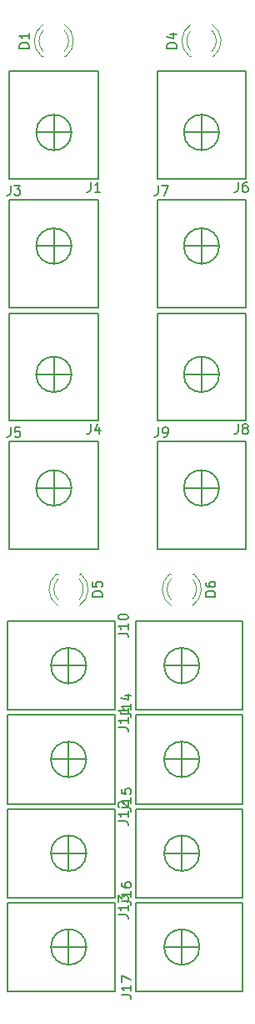
<source format=gbr>
%TF.GenerationSoftware,KiCad,Pcbnew,(5.0.1)-3*%
%TF.CreationDate,2020-04-22T20:28:29+01:00*%
%TF.ProjectId,Front,46726F6E742E6B696361645F70636200,rev?*%
%TF.SameCoordinates,Original*%
%TF.FileFunction,Legend,Top*%
%TF.FilePolarity,Positive*%
%FSLAX46Y46*%
G04 Gerber Fmt 4.6, Leading zero omitted, Abs format (unit mm)*
G04 Created by KiCad (PCBNEW (5.0.1)-3) date 22/04/2020 20:28:29*
%MOMM*%
%LPD*%
G01*
G04 APERTURE LIST*
%ADD10C,0.120000*%
%ADD11C,0.150000*%
G04 APERTURE END LIST*
D10*
X28921392Y-21057665D02*
G75*
G03X28764484Y-24290000I1078608J-1672335D01*
G01*
X31078608Y-21057665D02*
G75*
G02X31235516Y-24290000I-1078608J-1672335D01*
G01*
X28920163Y-21688870D02*
G75*
G03X28920000Y-23770961I1079837J-1041130D01*
G01*
X31079837Y-21688870D02*
G75*
G02X31080000Y-23770961I-1079837J-1041130D01*
G01*
X28764000Y-24290000D02*
X28920000Y-24290000D01*
X31080000Y-24290000D02*
X31236000Y-24290000D01*
X46080000Y-24290000D02*
X46236000Y-24290000D01*
X43764000Y-24290000D02*
X43920000Y-24290000D01*
X46079837Y-21688870D02*
G75*
G02X46080000Y-23770961I-1079837J-1041130D01*
G01*
X43920163Y-21688870D02*
G75*
G03X43920000Y-23770961I1079837J-1041130D01*
G01*
X46078608Y-21057665D02*
G75*
G02X46235516Y-24290000I-1078608J-1672335D01*
G01*
X43921392Y-21057665D02*
G75*
G03X43764484Y-24290000I1078608J-1672335D01*
G01*
X30420000Y-76710000D02*
X30264000Y-76710000D01*
X32736000Y-76710000D02*
X32580000Y-76710000D01*
X30420163Y-79311130D02*
G75*
G02X30420000Y-77229039I1079837J1041130D01*
G01*
X32579837Y-79311130D02*
G75*
G03X32580000Y-77229039I-1079837J1041130D01*
G01*
X30421392Y-79942335D02*
G75*
G02X30264484Y-76710000I1078608J1672335D01*
G01*
X32578608Y-79942335D02*
G75*
G03X32735516Y-76710000I-1078608J1672335D01*
G01*
X44078608Y-79942335D02*
G75*
G03X44235516Y-76710000I-1078608J1672335D01*
G01*
X41921392Y-79942335D02*
G75*
G02X41764484Y-76710000I1078608J1672335D01*
G01*
X44079837Y-79311130D02*
G75*
G03X44080000Y-77229039I-1079837J1041130D01*
G01*
X41920163Y-79311130D02*
G75*
G02X41920000Y-77229039I1079837J1041130D01*
G01*
X44236000Y-76710000D02*
X44080000Y-76710000D01*
X41920000Y-76710000D02*
X41764000Y-76710000D01*
D11*
X28200000Y-32000000D02*
X31800000Y-32000000D01*
X30000000Y-30200000D02*
X30000000Y-33800000D01*
X31800000Y-32000000D02*
G75*
G03X31800000Y-32000000I-1800000J0D01*
G01*
X34500000Y-25800000D02*
X34500000Y-36700000D01*
X25500000Y-25800000D02*
X25500000Y-36700000D01*
X25500000Y-36700000D02*
X34500000Y-36700000D01*
X25500000Y-25800000D02*
X34500000Y-25800000D01*
X34500000Y-49700000D02*
X25500000Y-49700000D01*
X34500000Y-38800000D02*
X25500000Y-38800000D01*
X34500000Y-49700000D02*
X34500000Y-38800000D01*
X25500000Y-49700000D02*
X25500000Y-38800000D01*
X31800000Y-43500000D02*
G75*
G03X31800000Y-43500000I-1800000J0D01*
G01*
X30000000Y-45300000D02*
X30000000Y-41700000D01*
X31800000Y-43500000D02*
X28200000Y-43500000D01*
X28200000Y-56500000D02*
X31800000Y-56500000D01*
X30000000Y-54700000D02*
X30000000Y-58300000D01*
X31800000Y-56500000D02*
G75*
G03X31800000Y-56500000I-1800000J0D01*
G01*
X34500000Y-50300000D02*
X34500000Y-61200000D01*
X25500000Y-50300000D02*
X25500000Y-61200000D01*
X25500000Y-61200000D02*
X34500000Y-61200000D01*
X25500000Y-50300000D02*
X34500000Y-50300000D01*
X34500000Y-74200000D02*
X25500000Y-74200000D01*
X34500000Y-63300000D02*
X25500000Y-63300000D01*
X34500000Y-74200000D02*
X34500000Y-63300000D01*
X25500000Y-74200000D02*
X25500000Y-63300000D01*
X31800000Y-68000000D02*
G75*
G03X31800000Y-68000000I-1800000J0D01*
G01*
X30000000Y-69800000D02*
X30000000Y-66200000D01*
X31800000Y-68000000D02*
X28200000Y-68000000D01*
X43200000Y-32000000D02*
X46800000Y-32000000D01*
X45000000Y-30200000D02*
X45000000Y-33800000D01*
X46800000Y-32000000D02*
G75*
G03X46800000Y-32000000I-1800000J0D01*
G01*
X49500000Y-25800000D02*
X49500000Y-36700000D01*
X40500000Y-25800000D02*
X40500000Y-36700000D01*
X40500000Y-36700000D02*
X49500000Y-36700000D01*
X40500000Y-25800000D02*
X49500000Y-25800000D01*
X46800000Y-43500000D02*
X43200000Y-43500000D01*
X45000000Y-45300000D02*
X45000000Y-41700000D01*
X46800000Y-43500000D02*
G75*
G03X46800000Y-43500000I-1800000J0D01*
G01*
X40500000Y-49700000D02*
X40500000Y-38800000D01*
X49500000Y-49700000D02*
X49500000Y-38800000D01*
X49500000Y-38800000D02*
X40500000Y-38800000D01*
X49500000Y-49700000D02*
X40500000Y-49700000D01*
X40500000Y-50300000D02*
X49500000Y-50300000D01*
X40500000Y-61200000D02*
X49500000Y-61200000D01*
X40500000Y-50300000D02*
X40500000Y-61200000D01*
X49500000Y-50300000D02*
X49500000Y-61200000D01*
X46800000Y-56500000D02*
G75*
G03X46800000Y-56500000I-1800000J0D01*
G01*
X45000000Y-54700000D02*
X45000000Y-58300000D01*
X43200000Y-56500000D02*
X46800000Y-56500000D01*
X46800000Y-68000000D02*
X43200000Y-68000000D01*
X45000000Y-69800000D02*
X45000000Y-66200000D01*
X46800000Y-68000000D02*
G75*
G03X46800000Y-68000000I-1800000J0D01*
G01*
X40500000Y-74200000D02*
X40500000Y-63300000D01*
X49500000Y-74200000D02*
X49500000Y-63300000D01*
X49500000Y-63300000D02*
X40500000Y-63300000D01*
X49500000Y-74200000D02*
X40500000Y-74200000D01*
X25300000Y-90500000D02*
X25300000Y-81500000D01*
X36200000Y-90500000D02*
X36200000Y-81500000D01*
X25300000Y-90500000D02*
X36200000Y-90500000D01*
X25300000Y-81500000D02*
X36200000Y-81500000D01*
X33300000Y-86000000D02*
G75*
G03X33300000Y-86000000I-1800000J0D01*
G01*
X29700000Y-86000000D02*
X33300000Y-86000000D01*
X31500000Y-87800000D02*
X31500000Y-84200000D01*
X25300000Y-100000000D02*
X25300000Y-91000000D01*
X36200000Y-100000000D02*
X36200000Y-91000000D01*
X25300000Y-100000000D02*
X36200000Y-100000000D01*
X25300000Y-91000000D02*
X36200000Y-91000000D01*
X33300000Y-95500000D02*
G75*
G03X33300000Y-95500000I-1800000J0D01*
G01*
X29700000Y-95500000D02*
X33300000Y-95500000D01*
X31500000Y-97300000D02*
X31500000Y-93700000D01*
X25300000Y-109500000D02*
X25300000Y-100500000D01*
X36200000Y-109500000D02*
X36200000Y-100500000D01*
X25300000Y-109500000D02*
X36200000Y-109500000D01*
X25300000Y-100500000D02*
X36200000Y-100500000D01*
X33300000Y-105000000D02*
G75*
G03X33300000Y-105000000I-1800000J0D01*
G01*
X29700000Y-105000000D02*
X33300000Y-105000000D01*
X31500000Y-106800000D02*
X31500000Y-103200000D01*
X25300000Y-119000000D02*
X25300000Y-110000000D01*
X36200000Y-119000000D02*
X36200000Y-110000000D01*
X25300000Y-119000000D02*
X36200000Y-119000000D01*
X25300000Y-110000000D02*
X36200000Y-110000000D01*
X33300000Y-114500000D02*
G75*
G03X33300000Y-114500000I-1800000J0D01*
G01*
X29700000Y-114500000D02*
X33300000Y-114500000D01*
X31500000Y-116300000D02*
X31500000Y-112700000D01*
X43000000Y-84200000D02*
X43000000Y-87800000D01*
X44800000Y-86000000D02*
X41200000Y-86000000D01*
X44800000Y-86000000D02*
G75*
G03X44800000Y-86000000I-1800000J0D01*
G01*
X49200000Y-90500000D02*
X38300000Y-90500000D01*
X49200000Y-81500000D02*
X38300000Y-81500000D01*
X38300000Y-81500000D02*
X38300000Y-90500000D01*
X49200000Y-81500000D02*
X49200000Y-90500000D01*
X43000000Y-93700000D02*
X43000000Y-97300000D01*
X44800000Y-95500000D02*
X41200000Y-95500000D01*
X44800000Y-95500000D02*
G75*
G03X44800000Y-95500000I-1800000J0D01*
G01*
X49200000Y-100000000D02*
X38300000Y-100000000D01*
X49200000Y-91000000D02*
X38300000Y-91000000D01*
X38300000Y-91000000D02*
X38300000Y-100000000D01*
X49200000Y-91000000D02*
X49200000Y-100000000D01*
X49200000Y-100500000D02*
X49200000Y-109500000D01*
X38300000Y-100500000D02*
X38300000Y-109500000D01*
X49200000Y-100500000D02*
X38300000Y-100500000D01*
X49200000Y-109500000D02*
X38300000Y-109500000D01*
X44800000Y-105000000D02*
G75*
G03X44800000Y-105000000I-1800000J0D01*
G01*
X44800000Y-105000000D02*
X41200000Y-105000000D01*
X43000000Y-103200000D02*
X43000000Y-106800000D01*
X43000000Y-112700000D02*
X43000000Y-116300000D01*
X44800000Y-114500000D02*
X41200000Y-114500000D01*
X44800000Y-114500000D02*
G75*
G03X44800000Y-114500000I-1800000J0D01*
G01*
X49200000Y-119000000D02*
X38300000Y-119000000D01*
X49200000Y-110000000D02*
X38300000Y-110000000D01*
X38300000Y-110000000D02*
X38300000Y-119000000D01*
X49200000Y-110000000D02*
X49200000Y-119000000D01*
X27492380Y-23468095D02*
X26492380Y-23468095D01*
X26492380Y-23230000D01*
X26540000Y-23087142D01*
X26635238Y-22991904D01*
X26730476Y-22944285D01*
X26920952Y-22896666D01*
X27063809Y-22896666D01*
X27254285Y-22944285D01*
X27349523Y-22991904D01*
X27444761Y-23087142D01*
X27492380Y-23230000D01*
X27492380Y-23468095D01*
X27492380Y-21944285D02*
X27492380Y-22515714D01*
X27492380Y-22230000D02*
X26492380Y-22230000D01*
X26635238Y-22325238D01*
X26730476Y-22420476D01*
X26778095Y-22515714D01*
X42492380Y-23468095D02*
X41492380Y-23468095D01*
X41492380Y-23230000D01*
X41540000Y-23087142D01*
X41635238Y-22991904D01*
X41730476Y-22944285D01*
X41920952Y-22896666D01*
X42063809Y-22896666D01*
X42254285Y-22944285D01*
X42349523Y-22991904D01*
X42444761Y-23087142D01*
X42492380Y-23230000D01*
X42492380Y-23468095D01*
X41825714Y-22039523D02*
X42492380Y-22039523D01*
X41444761Y-22277619D02*
X42159047Y-22515714D01*
X42159047Y-21896666D01*
X34912380Y-79008095D02*
X33912380Y-79008095D01*
X33912380Y-78770000D01*
X33960000Y-78627142D01*
X34055238Y-78531904D01*
X34150476Y-78484285D01*
X34340952Y-78436666D01*
X34483809Y-78436666D01*
X34674285Y-78484285D01*
X34769523Y-78531904D01*
X34864761Y-78627142D01*
X34912380Y-78770000D01*
X34912380Y-79008095D01*
X33912380Y-77531904D02*
X33912380Y-78008095D01*
X34388571Y-78055714D01*
X34340952Y-78008095D01*
X34293333Y-77912857D01*
X34293333Y-77674761D01*
X34340952Y-77579523D01*
X34388571Y-77531904D01*
X34483809Y-77484285D01*
X34721904Y-77484285D01*
X34817142Y-77531904D01*
X34864761Y-77579523D01*
X34912380Y-77674761D01*
X34912380Y-77912857D01*
X34864761Y-78008095D01*
X34817142Y-78055714D01*
X46412380Y-79008095D02*
X45412380Y-79008095D01*
X45412380Y-78770000D01*
X45460000Y-78627142D01*
X45555238Y-78531904D01*
X45650476Y-78484285D01*
X45840952Y-78436666D01*
X45983809Y-78436666D01*
X46174285Y-78484285D01*
X46269523Y-78531904D01*
X46364761Y-78627142D01*
X46412380Y-78770000D01*
X46412380Y-79008095D01*
X45412380Y-77579523D02*
X45412380Y-77770000D01*
X45460000Y-77865238D01*
X45507619Y-77912857D01*
X45650476Y-78008095D01*
X45840952Y-78055714D01*
X46221904Y-78055714D01*
X46317142Y-78008095D01*
X46364761Y-77960476D01*
X46412380Y-77865238D01*
X46412380Y-77674761D01*
X46364761Y-77579523D01*
X46317142Y-77531904D01*
X46221904Y-77484285D01*
X45983809Y-77484285D01*
X45888571Y-77531904D01*
X45840952Y-77579523D01*
X45793333Y-77674761D01*
X45793333Y-77865238D01*
X45840952Y-77960476D01*
X45888571Y-78008095D01*
X45983809Y-78055714D01*
X33730666Y-37040380D02*
X33730666Y-37754666D01*
X33683047Y-37897523D01*
X33587809Y-37992761D01*
X33444952Y-38040380D01*
X33349714Y-38040380D01*
X34730666Y-38040380D02*
X34159238Y-38040380D01*
X34444952Y-38040380D02*
X34444952Y-37040380D01*
X34349714Y-37183238D01*
X34254476Y-37278476D01*
X34159238Y-37326095D01*
X25602666Y-37364380D02*
X25602666Y-38078666D01*
X25555047Y-38221523D01*
X25459809Y-38316761D01*
X25316952Y-38364380D01*
X25221714Y-38364380D01*
X25983619Y-37364380D02*
X26602666Y-37364380D01*
X26269333Y-37745333D01*
X26412190Y-37745333D01*
X26507428Y-37792952D01*
X26555047Y-37840571D01*
X26602666Y-37935809D01*
X26602666Y-38173904D01*
X26555047Y-38269142D01*
X26507428Y-38316761D01*
X26412190Y-38364380D01*
X26126476Y-38364380D01*
X26031238Y-38316761D01*
X25983619Y-38269142D01*
X33730666Y-61540380D02*
X33730666Y-62254666D01*
X33683047Y-62397523D01*
X33587809Y-62492761D01*
X33444952Y-62540380D01*
X33349714Y-62540380D01*
X34635428Y-61873714D02*
X34635428Y-62540380D01*
X34397333Y-61492761D02*
X34159238Y-62207047D01*
X34778285Y-62207047D01*
X25602666Y-61864380D02*
X25602666Y-62578666D01*
X25555047Y-62721523D01*
X25459809Y-62816761D01*
X25316952Y-62864380D01*
X25221714Y-62864380D01*
X26555047Y-61864380D02*
X26078857Y-61864380D01*
X26031238Y-62340571D01*
X26078857Y-62292952D01*
X26174095Y-62245333D01*
X26412190Y-62245333D01*
X26507428Y-62292952D01*
X26555047Y-62340571D01*
X26602666Y-62435809D01*
X26602666Y-62673904D01*
X26555047Y-62769142D01*
X26507428Y-62816761D01*
X26412190Y-62864380D01*
X26174095Y-62864380D01*
X26078857Y-62816761D01*
X26031238Y-62769142D01*
X48730666Y-37040380D02*
X48730666Y-37754666D01*
X48683047Y-37897523D01*
X48587809Y-37992761D01*
X48444952Y-38040380D01*
X48349714Y-38040380D01*
X49635428Y-37040380D02*
X49444952Y-37040380D01*
X49349714Y-37088000D01*
X49302095Y-37135619D01*
X49206857Y-37278476D01*
X49159238Y-37468952D01*
X49159238Y-37849904D01*
X49206857Y-37945142D01*
X49254476Y-37992761D01*
X49349714Y-38040380D01*
X49540190Y-38040380D01*
X49635428Y-37992761D01*
X49683047Y-37945142D01*
X49730666Y-37849904D01*
X49730666Y-37611809D01*
X49683047Y-37516571D01*
X49635428Y-37468952D01*
X49540190Y-37421333D01*
X49349714Y-37421333D01*
X49254476Y-37468952D01*
X49206857Y-37516571D01*
X49159238Y-37611809D01*
X40602666Y-37364380D02*
X40602666Y-38078666D01*
X40555047Y-38221523D01*
X40459809Y-38316761D01*
X40316952Y-38364380D01*
X40221714Y-38364380D01*
X40983619Y-37364380D02*
X41650285Y-37364380D01*
X41221714Y-38364380D01*
X48730666Y-61540380D02*
X48730666Y-62254666D01*
X48683047Y-62397523D01*
X48587809Y-62492761D01*
X48444952Y-62540380D01*
X48349714Y-62540380D01*
X49349714Y-61968952D02*
X49254476Y-61921333D01*
X49206857Y-61873714D01*
X49159238Y-61778476D01*
X49159238Y-61730857D01*
X49206857Y-61635619D01*
X49254476Y-61588000D01*
X49349714Y-61540380D01*
X49540190Y-61540380D01*
X49635428Y-61588000D01*
X49683047Y-61635619D01*
X49730666Y-61730857D01*
X49730666Y-61778476D01*
X49683047Y-61873714D01*
X49635428Y-61921333D01*
X49540190Y-61968952D01*
X49349714Y-61968952D01*
X49254476Y-62016571D01*
X49206857Y-62064190D01*
X49159238Y-62159428D01*
X49159238Y-62349904D01*
X49206857Y-62445142D01*
X49254476Y-62492761D01*
X49349714Y-62540380D01*
X49540190Y-62540380D01*
X49635428Y-62492761D01*
X49683047Y-62445142D01*
X49730666Y-62349904D01*
X49730666Y-62159428D01*
X49683047Y-62064190D01*
X49635428Y-62016571D01*
X49540190Y-61968952D01*
X40602666Y-61864380D02*
X40602666Y-62578666D01*
X40555047Y-62721523D01*
X40459809Y-62816761D01*
X40316952Y-62864380D01*
X40221714Y-62864380D01*
X41126476Y-62864380D02*
X41316952Y-62864380D01*
X41412190Y-62816761D01*
X41459809Y-62769142D01*
X41555047Y-62626285D01*
X41602666Y-62435809D01*
X41602666Y-62054857D01*
X41555047Y-61959619D01*
X41507428Y-61912000D01*
X41412190Y-61864380D01*
X41221714Y-61864380D01*
X41126476Y-61912000D01*
X41078857Y-61959619D01*
X41031238Y-62054857D01*
X41031238Y-62292952D01*
X41078857Y-62388190D01*
X41126476Y-62435809D01*
X41221714Y-62483428D01*
X41412190Y-62483428D01*
X41507428Y-62435809D01*
X41555047Y-62388190D01*
X41602666Y-62292952D01*
X36540380Y-82745523D02*
X37254666Y-82745523D01*
X37397523Y-82793142D01*
X37492761Y-82888380D01*
X37540380Y-83031238D01*
X37540380Y-83126476D01*
X37540380Y-81745523D02*
X37540380Y-82316952D01*
X37540380Y-82031238D02*
X36540380Y-82031238D01*
X36683238Y-82126476D01*
X36778476Y-82221714D01*
X36826095Y-82316952D01*
X36540380Y-81126476D02*
X36540380Y-81031238D01*
X36588000Y-80936000D01*
X36635619Y-80888380D01*
X36730857Y-80840761D01*
X36921333Y-80793142D01*
X37159428Y-80793142D01*
X37349904Y-80840761D01*
X37445142Y-80888380D01*
X37492761Y-80936000D01*
X37540380Y-81031238D01*
X37540380Y-81126476D01*
X37492761Y-81221714D01*
X37445142Y-81269333D01*
X37349904Y-81316952D01*
X37159428Y-81364571D01*
X36921333Y-81364571D01*
X36730857Y-81316952D01*
X36635619Y-81269333D01*
X36588000Y-81221714D01*
X36540380Y-81126476D01*
X36540380Y-92245523D02*
X37254666Y-92245523D01*
X37397523Y-92293142D01*
X37492761Y-92388380D01*
X37540380Y-92531238D01*
X37540380Y-92626476D01*
X37540380Y-91245523D02*
X37540380Y-91816952D01*
X37540380Y-91531238D02*
X36540380Y-91531238D01*
X36683238Y-91626476D01*
X36778476Y-91721714D01*
X36826095Y-91816952D01*
X37540380Y-90293142D02*
X37540380Y-90864571D01*
X37540380Y-90578857D02*
X36540380Y-90578857D01*
X36683238Y-90674095D01*
X36778476Y-90769333D01*
X36826095Y-90864571D01*
X36540380Y-101745523D02*
X37254666Y-101745523D01*
X37397523Y-101793142D01*
X37492761Y-101888380D01*
X37540380Y-102031238D01*
X37540380Y-102126476D01*
X37540380Y-100745523D02*
X37540380Y-101316952D01*
X37540380Y-101031238D02*
X36540380Y-101031238D01*
X36683238Y-101126476D01*
X36778476Y-101221714D01*
X36826095Y-101316952D01*
X36635619Y-100364571D02*
X36588000Y-100316952D01*
X36540380Y-100221714D01*
X36540380Y-99983619D01*
X36588000Y-99888380D01*
X36635619Y-99840761D01*
X36730857Y-99793142D01*
X36826095Y-99793142D01*
X36968952Y-99840761D01*
X37540380Y-100412190D01*
X37540380Y-99793142D01*
X36540380Y-111245523D02*
X37254666Y-111245523D01*
X37397523Y-111293142D01*
X37492761Y-111388380D01*
X37540380Y-111531238D01*
X37540380Y-111626476D01*
X37540380Y-110245523D02*
X37540380Y-110816952D01*
X37540380Y-110531238D02*
X36540380Y-110531238D01*
X36683238Y-110626476D01*
X36778476Y-110721714D01*
X36826095Y-110816952D01*
X36540380Y-109912190D02*
X36540380Y-109293142D01*
X36921333Y-109626476D01*
X36921333Y-109483619D01*
X36968952Y-109388380D01*
X37016571Y-109340761D01*
X37111809Y-109293142D01*
X37349904Y-109293142D01*
X37445142Y-109340761D01*
X37492761Y-109388380D01*
X37540380Y-109483619D01*
X37540380Y-109769333D01*
X37492761Y-109864571D01*
X37445142Y-109912190D01*
X36864380Y-90873523D02*
X37578666Y-90873523D01*
X37721523Y-90921142D01*
X37816761Y-91016380D01*
X37864380Y-91159238D01*
X37864380Y-91254476D01*
X37864380Y-89873523D02*
X37864380Y-90444952D01*
X37864380Y-90159238D02*
X36864380Y-90159238D01*
X37007238Y-90254476D01*
X37102476Y-90349714D01*
X37150095Y-90444952D01*
X37197714Y-89016380D02*
X37864380Y-89016380D01*
X36816761Y-89254476D02*
X37531047Y-89492571D01*
X37531047Y-88873523D01*
X36864380Y-100373523D02*
X37578666Y-100373523D01*
X37721523Y-100421142D01*
X37816761Y-100516380D01*
X37864380Y-100659238D01*
X37864380Y-100754476D01*
X37864380Y-99373523D02*
X37864380Y-99944952D01*
X37864380Y-99659238D02*
X36864380Y-99659238D01*
X37007238Y-99754476D01*
X37102476Y-99849714D01*
X37150095Y-99944952D01*
X36864380Y-98468761D02*
X36864380Y-98944952D01*
X37340571Y-98992571D01*
X37292952Y-98944952D01*
X37245333Y-98849714D01*
X37245333Y-98611619D01*
X37292952Y-98516380D01*
X37340571Y-98468761D01*
X37435809Y-98421142D01*
X37673904Y-98421142D01*
X37769142Y-98468761D01*
X37816761Y-98516380D01*
X37864380Y-98611619D01*
X37864380Y-98849714D01*
X37816761Y-98944952D01*
X37769142Y-98992571D01*
X36864380Y-109873523D02*
X37578666Y-109873523D01*
X37721523Y-109921142D01*
X37816761Y-110016380D01*
X37864380Y-110159238D01*
X37864380Y-110254476D01*
X37864380Y-108873523D02*
X37864380Y-109444952D01*
X37864380Y-109159238D02*
X36864380Y-109159238D01*
X37007238Y-109254476D01*
X37102476Y-109349714D01*
X37150095Y-109444952D01*
X36864380Y-108016380D02*
X36864380Y-108206857D01*
X36912000Y-108302095D01*
X36959619Y-108349714D01*
X37102476Y-108444952D01*
X37292952Y-108492571D01*
X37673904Y-108492571D01*
X37769142Y-108444952D01*
X37816761Y-108397333D01*
X37864380Y-108302095D01*
X37864380Y-108111619D01*
X37816761Y-108016380D01*
X37769142Y-107968761D01*
X37673904Y-107921142D01*
X37435809Y-107921142D01*
X37340571Y-107968761D01*
X37292952Y-108016380D01*
X37245333Y-108111619D01*
X37245333Y-108302095D01*
X37292952Y-108397333D01*
X37340571Y-108444952D01*
X37435809Y-108492571D01*
X36864380Y-119373523D02*
X37578666Y-119373523D01*
X37721523Y-119421142D01*
X37816761Y-119516380D01*
X37864380Y-119659238D01*
X37864380Y-119754476D01*
X37864380Y-118373523D02*
X37864380Y-118944952D01*
X37864380Y-118659238D02*
X36864380Y-118659238D01*
X37007238Y-118754476D01*
X37102476Y-118849714D01*
X37150095Y-118944952D01*
X36864380Y-118040190D02*
X36864380Y-117373523D01*
X37864380Y-117802095D01*
M02*

</source>
